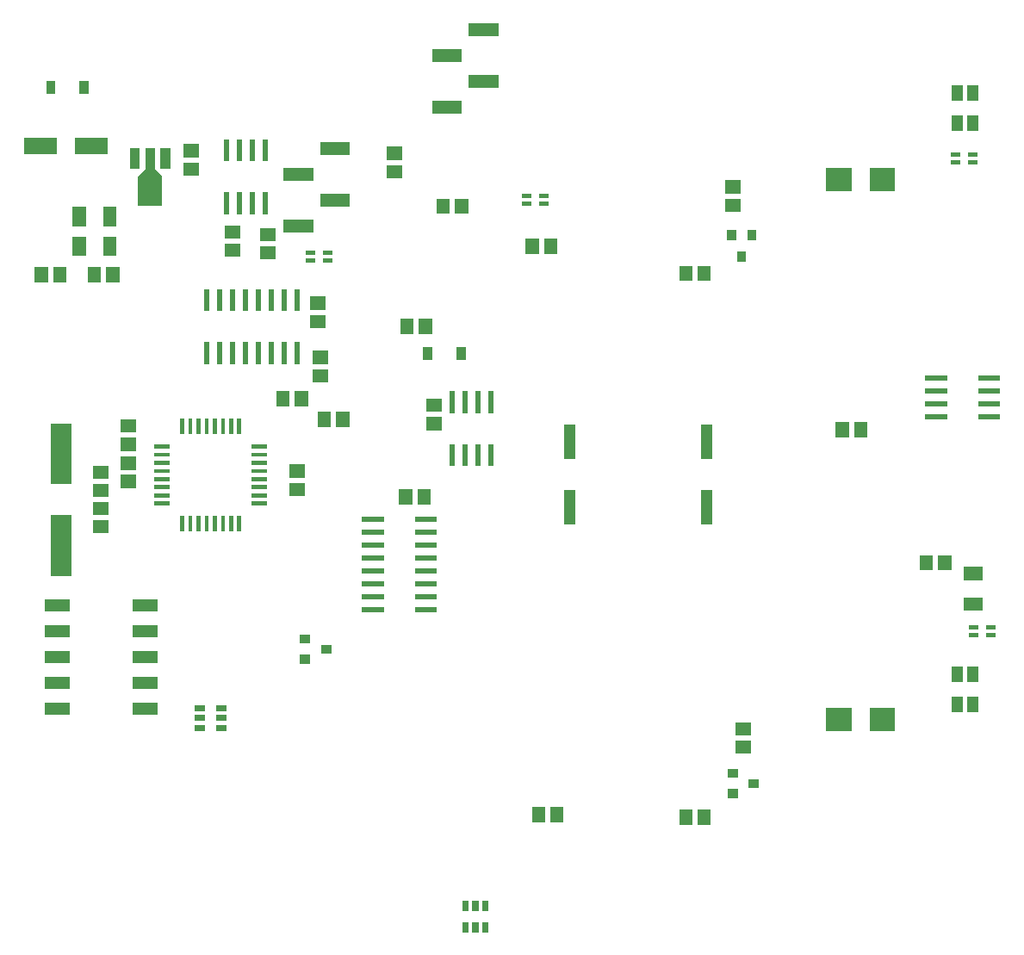
<source format=gbr>
G04 start of page 10 for group -4015 idx -4015 *
G04 Title: (unknown), toppaste *
G04 Creator: pcb 20140316 *
G04 CreationDate: Thu 11 Jun 2015 05:42:57 PM GMT UTC *
G04 For: ndholmes *
G04 Format: Gerber/RS-274X *
G04 PCB-Dimensions (mil): 3900.00 3900.00 *
G04 PCB-Coordinate-Origin: lower left *
%MOIN*%
%FSLAX25Y25*%
%LNTOPPASTE*%
%ADD147R,0.0906X0.0906*%
%ADD146R,0.0157X0.0157*%
%ADD145R,0.0787X0.0787*%
%ADD144R,0.0440X0.0440*%
%ADD143C,0.0001*%
%ADD142R,0.0945X0.0945*%
%ADD141R,0.0378X0.0378*%
%ADD140R,0.0360X0.0360*%
%ADD139R,0.0200X0.0200*%
%ADD138R,0.0340X0.0340*%
%ADD137R,0.0240X0.0240*%
%ADD136R,0.0630X0.0630*%
%ADD135R,0.0500X0.0500*%
%ADD134R,0.0512X0.0512*%
%ADD133R,0.0430X0.0430*%
%ADD132R,0.0167X0.0167*%
G54D132*X370717Y136075D02*X372587D01*
X370717Y132925D02*X372587D01*
X377413D02*X379283D01*
X377413Y136075D02*X379283D01*
X363717Y319075D02*X365587D01*
X363717Y315925D02*X365587D01*
X370413D02*X372283D01*
X370413Y319075D02*X372283D01*
X204413Y299925D02*X206283D01*
X204413Y303075D02*X206283D01*
X197717D02*X199587D01*
X197717Y299925D02*X199587D01*
G54D133*X371450Y343700D02*Y342100D01*
X365550Y343700D02*Y342100D01*
X371450Y331900D02*Y330300D01*
X365550Y331900D02*Y330300D01*
G54D134*X147107Y319543D02*X147893D01*
X147107Y312457D02*X147893D01*
X166457Y299393D02*Y298607D01*
X173543Y299393D02*Y298607D01*
X162607Y214914D02*X163393D01*
X162607Y222000D02*X163393D01*
X203414Y63893D02*Y63107D01*
X210500Y63893D02*Y63107D01*
X260414Y62893D02*Y62107D01*
X267500Y62893D02*Y62107D01*
X282107Y89657D02*X282893D01*
X282107Y96743D02*X282893D01*
G54D135*X178760Y367500D02*X185413D01*
X164587Y357500D02*X171240D01*
X178760Y347500D02*X185413D01*
X164587Y337500D02*X171240D01*
G54D134*X360543Y161393D02*Y160607D01*
X353457Y161393D02*Y160607D01*
X200914Y283893D02*Y283107D01*
X208000Y283893D02*Y283107D01*
X260414Y273393D02*Y272607D01*
X267500Y273393D02*Y272607D01*
G54D136*X7508Y322500D02*X13807D01*
X27193D02*X33492D01*
G54D134*X84607Y289043D02*X85393D01*
X84607Y281957D02*X85393D01*
X98107Y288043D02*X98893D01*
X98107Y280957D02*X98893D01*
X37405Y284681D02*Y282319D01*
X25595Y284681D02*Y282319D01*
X31457Y272893D02*Y272107D01*
X38543Y272893D02*Y272107D01*
X68607Y313457D02*X69393D01*
X68607Y320543D02*X69393D01*
X37405Y296181D02*Y293819D01*
X25595Y296181D02*Y293819D01*
X10957Y272893D02*Y272107D01*
X18043Y272893D02*Y272107D01*
G54D137*X175000Y20800D02*Y19200D01*
X178900Y20800D02*Y19200D01*
X182800Y20800D02*Y19200D01*
Y29000D02*Y27400D01*
X178900Y29000D02*Y27400D01*
X175000Y29000D02*Y27400D01*
G54D133*X215500Y212500D02*Y203500D01*
Y187000D02*Y177900D01*
X268500Y212500D02*Y203500D01*
Y187000D02*Y177900D01*
G54D134*X278107Y299457D02*X278893D01*
X278107Y306543D02*X278893D01*
G54D138*X285900Y288000D02*Y287400D01*
X278100Y288000D02*Y287400D01*
X282000Y279800D02*Y279200D01*
G54D139*X185000Y226500D02*Y220000D01*
X180000Y226500D02*Y220000D01*
X175000Y226500D02*Y220000D01*
X170000Y226500D02*Y220000D01*
Y206000D02*Y199500D01*
X175000Y206000D02*Y199500D01*
X180000Y206000D02*Y199500D01*
X185000Y206000D02*Y199500D01*
G54D138*X278200Y79500D02*X278800D01*
X278200Y71700D02*X278800D01*
X286400Y75600D02*X287000D01*
G54D140*X160500Y242600D02*Y241400D01*
X173400Y242600D02*Y241400D01*
G54D134*X152457Y252893D02*Y252107D01*
X159543Y252893D02*Y252107D01*
G54D133*X365550Y106900D02*Y105300D01*
X371450Y106900D02*Y105300D01*
X365550Y118700D02*Y117100D01*
X371450Y118700D02*Y117100D01*
G54D134*X328043Y212893D02*Y212107D01*
X320957Y212893D02*Y212107D01*
G54D139*X374500Y217500D02*X381000D01*
X374500Y222500D02*X381000D01*
X374500Y227500D02*X381000D01*
X374500Y232500D02*X381000D01*
X354000D02*X360500D01*
X354000Y227500D02*X360500D01*
X354000Y222500D02*X360500D01*
X354000Y217500D02*X360500D01*
G54D134*X370319Y145095D02*X372681D01*
X370319Y156905D02*X372681D01*
G54D140*X27500Y345600D02*Y344400D01*
X14600Y345600D02*Y344400D01*
G54D141*X58906Y319484D02*Y315390D01*
X53000Y319484D02*Y307674D01*
G54D142*Y305940D02*Y304050D01*
G54D143*G36*
X54885Y313505D02*X57725Y310665D01*
X56305Y309245D01*
X53465Y312085D01*
X54885Y313505D01*
G37*
G36*
X48275Y310665D02*X51115Y313505D01*
X52535Y312085D01*
X49695Y309245D01*
X48275Y310665D01*
G37*
G54D141*X47094Y319484D02*Y315390D01*
G54D134*X151914Y186893D02*Y186107D01*
X159000Y186893D02*Y186107D01*
G54D144*X14450Y144500D02*X19650D01*
X48350D02*X53550D01*
X14450Y134500D02*X19650D01*
X48350D02*X53550D01*
X14450Y124500D02*X19650D01*
X48350D02*X53550D01*
X14450Y114500D02*X19650D01*
X48350D02*X53550D01*
X14450Y104500D02*X19650D01*
X48350D02*X53550D01*
G54D134*X44107Y192500D02*X44893D01*
X44107Y199586D02*X44893D01*
X44107Y206914D02*X44893D01*
X44107Y214000D02*X44893D01*
X109607Y189457D02*X110393D01*
X109607Y196543D02*X110393D01*
X33607Y188957D02*X34393D01*
X33607Y196043D02*X34393D01*
X33607Y182043D02*X34393D01*
X33607Y174957D02*X34393D01*
G54D145*X18500Y211091D02*Y195343D01*
Y175657D02*Y159909D01*
G54D135*X107087Y291500D02*X113740D01*
X121260Y301500D02*X127913D01*
X107087Y311500D02*X113740D01*
X121260Y321500D02*X127913D01*
G54D139*X110000Y266000D02*Y259500D01*
X105000Y266000D02*Y259500D01*
X100000Y266000D02*Y259500D01*
X95000Y266000D02*Y259500D01*
X90000Y266000D02*Y259500D01*
X85000Y266000D02*Y259500D01*
X80000Y266000D02*Y259500D01*
X75000Y266000D02*Y259500D01*
Y245500D02*Y239000D01*
X80000Y245500D02*Y239000D01*
X85000Y245500D02*Y239000D01*
X90000Y245500D02*Y239000D01*
X95000Y245500D02*Y239000D01*
X100000Y245500D02*Y239000D01*
X105000Y245500D02*Y239000D01*
X110000Y245500D02*Y239000D01*
X82500Y303500D02*Y297000D01*
X87500Y303500D02*Y297000D01*
X92500Y303500D02*Y297000D01*
X97500Y303500D02*Y297000D01*
Y324000D02*Y317500D01*
X92500Y324000D02*Y317500D01*
X87500Y324000D02*Y317500D01*
X82500Y324000D02*Y317500D01*
G54D132*X114217Y281075D02*X116087D01*
X114217Y277925D02*X116087D01*
X120913D02*X122783D01*
X120913Y281075D02*X122783D01*
G54D134*X118607Y240543D02*X119393D01*
X118607Y233457D02*X119393D01*
X120457Y216893D02*Y216107D01*
X127543Y216893D02*Y216107D01*
X104457Y224893D02*Y224107D01*
X111543Y224893D02*Y224107D01*
G54D137*X79700Y97000D02*X81300D01*
X79700Y100900D02*X81300D01*
X79700Y104800D02*X81300D01*
X71500D02*X73100D01*
X71500Y100900D02*X73100D01*
X71500Y97000D02*X73100D01*
G54D139*X136000Y178000D02*X142500D01*
X136000Y173000D02*X142500D01*
X136000Y168000D02*X142500D01*
X136000Y163000D02*X142500D01*
X136000Y158000D02*X142500D01*
X136000Y153000D02*X142500D01*
X136000Y148000D02*X142500D01*
X136000Y143000D02*X142500D01*
X156500D02*X163000D01*
X156500Y148000D02*X163000D01*
X156500Y153000D02*X163000D01*
X156500Y158000D02*X163000D01*
X156500Y163000D02*X163000D01*
X156500Y168000D02*X163000D01*
X156500Y173000D02*X163000D01*
X156500Y178000D02*X163000D01*
G54D138*X112700Y131500D02*X113300D01*
X112700Y123700D02*X113300D01*
X120900Y127600D02*X121500D01*
G54D146*X55508Y206023D02*X59934D01*
X55508Y202874D02*X59934D01*
X55508Y199724D02*X59934D01*
X55508Y196575D02*X59934D01*
X55508Y193425D02*X59934D01*
X55508Y190275D02*X59934D01*
X55508Y187126D02*X59934D01*
X55508Y183976D02*X59934D01*
X65477Y178434D02*Y174008D01*
X68626Y178434D02*Y174008D01*
X71776Y178434D02*Y174008D01*
X74925Y178434D02*Y174008D01*
X78075Y178434D02*Y174008D01*
X81225Y178434D02*Y174008D01*
X84374Y178434D02*Y174008D01*
X87524Y178434D02*Y174008D01*
X93066Y183977D02*X97492D01*
X93066Y187126D02*X97492D01*
X93066Y190276D02*X97492D01*
X93066Y193425D02*X97492D01*
X93066Y196575D02*X97492D01*
X93066Y199725D02*X97492D01*
X93066Y202874D02*X97492D01*
X93066Y206024D02*X97492D01*
X87523Y215992D02*Y211566D01*
X84374Y215992D02*Y211566D01*
X81224Y215992D02*Y211566D01*
X78075Y215992D02*Y211566D01*
X74925Y215992D02*Y211566D01*
X71775Y215992D02*Y211566D01*
X68626Y215992D02*Y211566D01*
X65476Y215992D02*Y211566D01*
G54D147*X319142Y100500D02*X319929D01*
X336071D02*X336858D01*
X319142Y309500D02*X319929D01*
X336071D02*X336858D01*
G54D134*X117607Y254457D02*X118393D01*
X117607Y261543D02*X118393D01*
M02*

</source>
